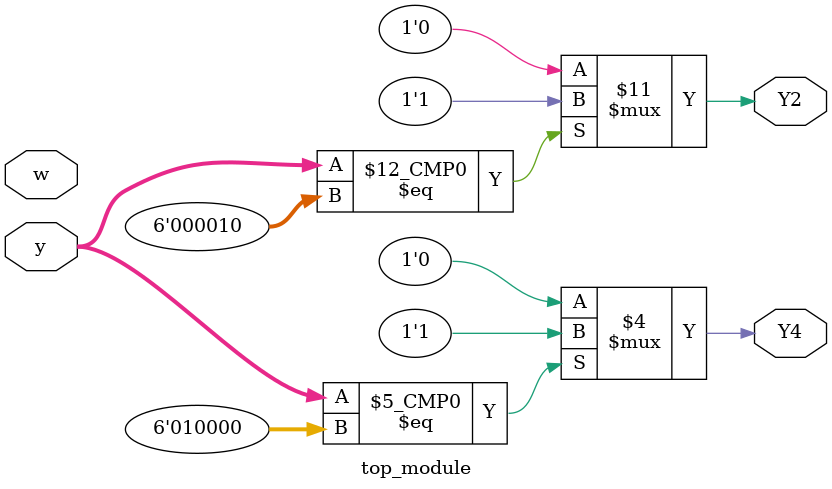
<source format=sv>
module top_module (
    input [6:1] y,
    input w,
    output reg Y2,
    output reg Y4
);

    always @(y) begin
        case(y)
            7'b000001: begin
                Y2 <= 1'b0;
                Y4 <= 1'b0;
            end
            7'b000010: begin
                Y2 <= 1'b1;
                Y4 <= 1'b0;
            end
            7'b000100: begin
                Y2 <= 1'b0;
                Y4 <= 1'b0;
            end
            7'b001000: begin
                Y2 <= 1'b0;
                Y4 <= 1'b0;
            end
            7'b010000: begin
                Y2 <= 1'b0;
                Y4 <= 1'b1;
            end
            7'b100000: begin
                Y2 <= 1'b0;
                Y4 <= 1'b0;
            end
            default: begin
                Y2 <= 1'b0;
                Y4 <= 1'b0;
            end
        endcase
    end
    
endmodule

</source>
